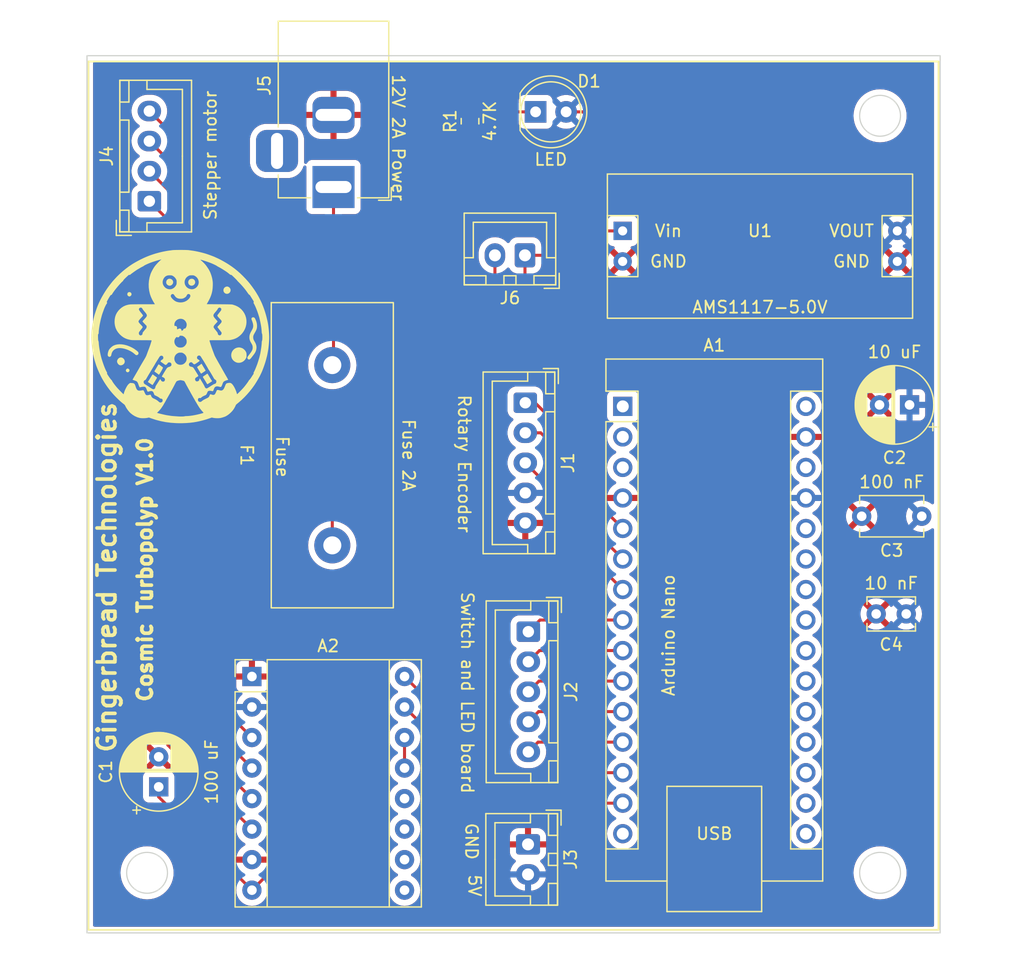
<source format=kicad_pcb>
(kicad_pcb (version 20211014) (generator pcbnew)
  (layers (0 "F.Cu" signal) (31 "B.Cu" signal) (34 "B.Paste" user) (35 "F.Paste" user) (36 "B.SilkS" user "B.Silkscreen") (37 "F.SilkS" user "F.Silkscreen") (38 "B.Mask" user) (39 "F.Mask" user) (44 "Edge.Cuts" user))
  (net 0 "")
  (net 4 "GND")
  (net 5 "/RotCLK")
  (net 6 "/RotDT")
  (net 7 "/RotSW")
  (net 8 "/LEDBL")
  (net 9 "/LEDRD")
  (net 10 "/LEDGR")
  (net 11 "/TRKSW")
  (net 12 "/SLEWSW")
  (net 13 "/STEP")
  (net 14 "/DIR")
  (net 27 "+5V")
  (net 30 "/1B")
  (net 31 "/1A")
  (net 32 "/2A")
  (net 33 "/2B")
  (net 34 "+12V")
  (net 39 "Net-(A2-Pad13)")
  (net 40 "Net-(D1-Pad1)")
  (net 41 "Net-(F1-Pad1)")
  (net 42 "Net-(F1-Pad2)")
  (footprint "Capacitor_THT:CP_Radial_D6.3mm_P2.50mm" (layer "F.Cu") (at 118.999 107.35438 90)
    (fp_text reference "C1" (at 1.25 -4.4 90) (layer "F.SilkS"))
    (fp_text value "100 uF" (at 1.25 4.4 90) (layer "F.SilkS"))
    (pad "1" thru_hole rect (at 0 0 90) (size 1.6 1.6) (drill 0.8) (layers *.Cu *.Mask) (net 34 "+12V"))
    (pad "2" thru_hole circle (at 2.5 0 90) (size 1.6 1.6) (drill 0.8) (layers *.Cu *.Mask) (net 4 "GND"))
  )
  (footprint "Capacitor_THT:C_Disc_D5.1mm_W3.2mm_P5.00mm" (layer "F.Cu") (at 182.499 84.836 180)
    (fp_text reference "C3" (at 2.5 -2.85) (layer "F.SilkS"))
    (fp_text value "100 nF" (at 2.5 2.85) (layer "F.SilkS"))
    (pad "1" thru_hole circle (at 0 0 180) (size 1.6 1.6) (drill 0.8) (layers *.Cu *.Mask) (net 27 "+5V"))
    (pad "2" thru_hole circle (at 5 0 180) (size 1.6 1.6) (drill 0.8) (layers *.Cu *.Mask) (net 4 "GND"))
  )
  (footprint "Svens Custom Footprints:Pololu_Breakout-A4988" (layer "F.Cu") (at 126.756 98.171)
    (fp_text reference "A2" (at 6.35 -2.54) (layer "F.SilkS"))
    (fp_text value "Pololu_Breakout_A4988")
    (pad "1" thru_hole rect (at 0 0) (size 1.6 1.6) (drill 0.8) (layers *.Cu *.Mask) (net 4 "GND"))
    (pad "2" thru_hole oval (at 0 2.54) (size 1.6 1.6) (drill 0.8) (layers *.Cu *.Mask) (net 27 "+5V"))
    (pad "3" thru_hole oval (at 0 5.08) (size 1.6 1.6) (drill 0.8) (layers *.Cu *.Mask) (net 30 "/1B"))
    (pad "4" thru_hole oval (at 0 7.62) (size 1.6 1.6) (drill 0.8) (layers *.Cu *.Mask) (net 31 "/1A"))
    (pad "5" thru_hole oval (at 0 10.16) (size 1.6 1.6) (drill 0.8) (layers *.Cu *.Mask) (net 32 "/2A"))
    (pad "6" thru_hole oval (at 0 12.7) (size 1.6 1.6) (drill 0.8) (layers *.Cu *.Mask) (net 33 "/2B"))
    (pad "7" thru_hole oval (at 0 15.24) (size 1.6 1.6) (drill 0.8) (layers *.Cu *.Mask) (net 4 "GND"))
    (pad "8" thru_hole oval (at 0 17.78) (size 1.6 1.6) (drill 0.8) (layers *.Cu *.Mask) (net 34 "+12V"))
    (pad "9" thru_hole oval (at 12.7 17.78) (size 1.6 1.6) (drill 0.8) (layers *.Cu *.Mask))
    (pad "10" thru_hole oval (at 12.7 15.24) (size 1.6 1.6) (drill 0.8) (layers *.Cu *.Mask))
    (pad "11" thru_hole oval (at 12.7 12.7) (size 1.6 1.6) (drill 0.8) (layers *.Cu *.Mask))
    (pad "12" thru_hole oval (at 12.7 10.16) (size 1.6 1.6) (drill 0.8) (layers *.Cu *.Mask))
    (pad "13" thru_hole oval (at 12.7 7.62) (size 1.6 1.6) (drill 0.8) (layers *.Cu *.Mask) (net 39 "Net-(A2-Pad13)"))
    (pad "14" thru_hole oval (at 12.7 5.08) (size 1.6 1.6) (drill 0.8) (layers *.Cu *.Mask) (net 39 "Net-(A2-Pad13)"))
    (pad "15" thru_hole oval (at 12.7 2.54) (size 1.6 1.6) (drill 0.8) (layers *.Cu *.Mask) (net 13 "/STEP"))
    (pad "16" thru_hole oval (at 12.7 0) (size 1.6 1.6) (drill 0.8) (layers *.Cu *.Mask) (net 14 "/DIR"))
  )
  (footprint "Connector_JST:JST_XH_B2B-XH-A_1x02_P2.50mm_Vertical" (layer "F.Cu") (at 149.733 112.141 -90)
    (fp_text reference "J3" (at 1.25 -3.55 90) (layer "F.SilkS"))
    (fp_text value "Conn_01x02_Male")
    (fp_text user "5V" (at 3.429 4.445 -90 unlocked) (layer "F.SilkS"))
    (fp_text user "GND" (at -0.254 4.699 -90 unlocked) (layer "F.SilkS"))
    (pad "1" thru_hole roundrect (at 0 0 270) (size 1.7 2) (drill 1) (layers *.Cu *.Mask) (roundrect_rratio 0.1470588235) (net 4 "GND"))
    (pad "2" thru_hole oval (at 2.5 0 270) (size 1.7 2) (drill 1) (layers *.Cu *.Mask) (net 27 "+5V"))
  )
  (footprint "Svens Custom Footprints:FuseHolder_Sven" (layer "F.Cu") (at 125.825 79.756 -90)
    (fp_text reference "F1" (at 0 -0.5 -90 unlocked) (layer "F.SilkS"))
    (fp_text value "2A")
    (fp_text user "Fuse" (at 0.127 -3.461 -90 unlocked) (layer "F.SilkS"))
    (fp_text user "Fuse 2A" (at 0 -13.97 -90 unlocked) (layer "F.SilkS"))
    (pad "1" thru_hole circle (at -7.5 -7.62 270) (size 3 3) (drill 1.5) (layers *.Cu *.Mask) (net 41 "Net-(F1-Pad1)"))
    (pad "2" thru_hole circle (at 7.5 -7.62 270) (size 3 3) (drill 1.5) (layers *.Cu *.Mask) (net 42 "Net-(F1-Pad2)"))
  )
  (footprint "Capacitor_THT:CP_Radial_D6.3mm_P2.50mm" (layer "F.Cu") (at 181.483 75.565 180)
    (fp_text reference "C2" (at 1.25 -4.4) (layer "F.SilkS"))
    (fp_text value "10 uF" (at 1.25 4.4) (layer "F.SilkS"))
    (pad "1" thru_hole rect (at 0 0 180) (size 1.6 1.6) (drill 0.8) (layers *.Cu *.Mask) (net 27 "+5V"))
    (pad "2" thru_hole circle (at 2.5 0 180) (size 1.6 1.6) (drill 0.8) (layers *.Cu *.Mask) (net 4 "GND"))
  )
  (footprint "Connector_JST:JST_XH_B5B-XH-A_1x05_P2.50mm_Vertical" (layer "F.Cu") (at 149.506 75.391 -90)
    (fp_text reference "J1" (at 5 -3.55 90) (layer "F.SilkS"))
    (fp_text value "Conn_01x05_Male")
    (fp_text user "Rotary Encoder" (at 5.08 5.08 -90 unlocked) (layer "F.SilkS"))
    (pad "1" thru_hole roundrect (at 0 0 270) (size 1.7 1.95) (drill 0.95) (layers *.Cu *.Mask) (roundrect_rratio 0.1470588235) (net 5 "/RotCLK"))
    (pad "2" thru_hole oval (at 2.5 0 270) (size 1.7 1.95) (drill 0.95) (layers *.Cu *.Mask) (net 6 "/RotDT"))
    (pad "3" thru_hole oval (at 5 0 270) (size 1.7 1.95) (drill 0.95) (layers *.Cu *.Mask) (net 7 "/RotSW"))
    (pad "4" thru_hole oval (at 7.5 0 270) (size 1.7 1.95) (drill 0.95) (layers *.Cu *.Mask) (net 27 "+5V"))
    (pad "5" thru_hole oval (at 10 0 270) (size 1.7 1.95) (drill 0.95) (layers *.Cu *.Mask) (net 4 "GND"))
  )
  (footprint "Svens Custom Footprints:Arduino_Nano" (layer "F.Cu") (at 157.617 75.692)
    (fp_text reference "A1" (at 7.62 -5.08) (layer "F.SilkS"))
    (fp_text value "Arduino_Nano_v3.x")
    (fp_text user "Arduino Nano" (at 3.81 19.05 90 unlocked) (layer "F.SilkS"))
    (fp_text user "USB" (at 7.62 35.56 unlocked) (layer "F.SilkS"))
    (pad "1" thru_hole rect (at 0 0) (size 1.6 1.6) (drill 1) (layers *.Cu *.Mask))
    (pad "2" thru_hole oval (at 0 2.54) (size 1.6 1.6) (drill 1) (layers *.Cu *.Mask))
    (pad "3" thru_hole oval (at 0 5.08) (size 1.6 1.6) (drill 1) (layers *.Cu *.Mask))
    (pad "4" thru_hole oval (at 0 7.62) (size 1.6 1.6) (drill 1) (layers *.Cu *.Mask) (net 4 "GND"))
    (pad "5" thru_hole oval (at 0 10.16) (size 1.6 1.6) (drill 1) (layers *.Cu *.Mask) (net 5 "/RotCLK"))
    (pad "6" thru_hole oval (at 0 12.7) (size 1.6 1.6) (drill 1) (layers *.Cu *.Mask) (net 6 "/RotDT"))
    (pad "7" thru_hole oval (at 0 15.24) (size 1.6 1.6) (drill 1) (layers *.Cu *.Mask) (net 7 "/RotSW"))
    (pad "8" thru_hole oval (at 0 17.78) (size 1.6 1.6) (drill 1) (layers *.Cu *.Mask) (net 8 "/LEDBL"))
    (pad "9" thru_hole oval (at 0 20.32) (size 1.6 1.6) (drill 1) (layers *.Cu *.Mask) (net 9 "/LEDRD"))
    (pad "10" thru_hole oval (at 0 22.86) (size 1.6 1.6) (drill 1) (layers *.Cu *.Mask) (net 10 "/LEDGR"))
    (pad "11" thru_hole oval (at 0 25.4) (size 1.6 1.6) (drill 1) (layers *.Cu *.Mask) (net 11 "/TRKSW"))
    (pad "12" thru_hole oval (at 0 27.94) (size 1.6 1.6) (drill 1) (layers *.Cu *.Mask) (net 12 "/SLEWSW"))
    (pad "13" thru_hole oval (at 0 30.48) (size 1.6 1.6) (drill 1) (layers *.Cu *.Mask) (net 14 "/DIR"))
    (pad "14" thru_hole oval (at 0 33.02) (size 1.6 1.6) (drill 1) (layers *.Cu *.Mask) (net 13 "/STEP"))
    (pad "15" thru_hole oval (at 0 35.56) (size 1.6 1.6) (drill 1) (layers *.Cu *.Mask))
    (pad "16" thru_hole oval (at 15.24 35.56) (size 1.6 1.6) (drill 1) (layers *.Cu *.Mask))
    (pad "17" thru_hole oval (at 15.24 33.02) (size 1.6 1.6) (drill 1) (layers *.Cu *.Mask))
    (pad "18" thru_hole oval (at 15.24 30.48) (size 1.6 1.6) (drill 1) (layers *.Cu *.Mask))
    (pad "19" thru_hole oval (at 15.24 27.94) (size 1.6 1.6) (drill 1) (layers *.Cu *.Mask))
    (pad "20" thru_hole oval (at 15.24 25.4) (size 1.6 1.6) (drill 1) (layers *.Cu *.Mask))
    (pad "21" thru_hole oval (at 15.24 22.86) (size 1.6 1.6) (drill 1) (layers *.Cu *.Mask))
    (pad "22" thru_hole oval (at 15.24 20.32) (size 1.6 1.6) (drill 1) (layers *.Cu *.Mask))
    (pad "23" thru_hole oval (at 15.24 17.78) (size 1.6 1.6) (drill 1) (layers *.Cu *.Mask))
    (pad "24" thru_hole oval (at 15.24 15.24) (size 1.6 1.6) (drill 1) (layers *.Cu *.Mask))
    (pad "25" thru_hole oval (at 15.24 12.7) (size 1.6 1.6) (drill 1) (layers *.Cu *.Mask))
    (pad "26" thru_hole oval (at 15.24 10.16) (size 1.6 1.6) (drill 1) (layers *.Cu *.Mask))
    (pad "27" thru_hole oval (at 15.24 7.62) (size 1.6 1.6) (drill 1) (layers *.Cu *.Mask) (net 27 "+5V"))
    (pad "28" thru_hole oval (at 15.24 5.08) (size 1.6 1.6) (drill 1) (layers *.Cu *.Mask))
    (pad "29" thru_hole oval (at 15.24 2.54) (size 1.6 1.6) (drill 1) (layers *.Cu *.Mask) (net 4 "GND"))
    (pad "30" thru_hole oval (at 15.24 0) (size 1.6 1.6) (drill 1) (layers *.Cu *.Mask))
  )
  (footprint "Capacitor_THT:C_Disc_D3.8mm_W2.6mm_P2.50mm" (layer "F.Cu") (at 181.209 92.964 180)
    (fp_text reference "C4" (at 1.25 -2.55) (layer "F.SilkS"))
    (fp_text value "10 nF" (at 1.25 2.55) (layer "F.SilkS"))
    (pad "1" thru_hole circle (at 0 0 180) (size 1.6 1.6) (drill 0.8) (layers *.Cu *.Mask) (net 27 "+5V"))
    (pad "2" thru_hole circle (at 2.5 0 180) (size 1.6 1.6) (drill 0.8) (layers *.Cu *.Mask) (net 4 "GND"))
  )
  (footprint "Graphics:logo_small" (layer "F.Cu") (at 120.777 69.977)
    (fp_text reference "G***" (at 0 0) (layer "F.SilkS") (effects (font (size 1.524 1.524) (thickness 0.3))))
    (fp_text value "LOGO" hide)
  )
  (footprint "Svens Custom Footprints:AMS1117-5.0V" (layer "F.Cu") (at 169.037 62.357)
    (fp_text reference "U1" (at 0 -1.27 unlocked) (layer "F.SilkS"))
    (fp_text value "AMS1117-5.0V")
    (fp_text user "GND" (at -7.62 1.27 unlocked) (layer "F.SilkS"))
    (fp_text user "AMS1117-5.0V" (at 0 5.08 unlocked) (layer "F.SilkS"))
    (fp_text user "GND" (at 7.62 1.27 unlocked) (layer "F.SilkS"))
    (fp_text user "VOUT" (at 7.62 -1.27 unlocked) (layer "F.SilkS"))
    (fp_text user "Vin" (at -7.62 -1.27 unlocked) (layer "F.SilkS"))
    (pad "1" thru_hole rect (at -11.43 -1.27) (size 1.524 1.524) (drill 0.762) (layers *.Cu *.Mask) (net 34 "+12V"))
    (pad "2" thru_hole circle (at -11.43 1.27) (size 1.524 1.524) (drill 0.762) (layers *.Cu *.Mask) (net 4 "GND"))
    (pad "3" thru_hole circle (at 11.43 -1.27) (size 1.524 1.524) (drill 0.762) (layers *.Cu *.Mask) (net 27 "+5V"))
    (pad "4" thru_hole circle (at 11.43 1.27) (size 1.524 1.524) (drill 0.762) (layers *.Cu *.Mask) (net 4 "GND"))
  )
  (footprint "Connector_JST:JST_XH_B2B-XH-A_1x02_P2.50mm_Vertical" (layer "F.Cu") (at 149.479 63.119 180)
    (fp_text reference "J6" (at 1.25 -3.55) (layer "F.SilkS"))
    (fp_text value "Conn_01x02_Male")
    (pad "1" thru_hole roundrect (at 0 0 180) (size 1.7 2) (drill 1) (layers *.Cu *.Mask) (roundrect_rratio 0.1470588235) (net 34 "+12V"))
    (pad "2" thru_hole oval (at 2.5 0 180) (size 1.7 2) (drill 1) (layers *.Cu *.Mask) (net 42 "Net-(F1-Pad2)"))
  )
  (footprint "Resistor_SMD:R_0805_2012Metric_Pad1.20x1.40mm_HandSolder" (layer "F.Cu") (at 144.907 51.959 90)
    (fp_text reference "R1" (at 0 -1.65 90) (layer "F.SilkS"))
    (fp_text value "4.7K" (at 0 1.65 90) (layer "F.SilkS"))
    (pad "1" smd roundrect (at -1 0 90) (size 1.2 1.4) (layers "F.Cu" "F.Paste" "F.Mask") (roundrect_rratio 0.2083333333) (net 4 "GND"))
    (pad "2" smd roundrect (at 1 0 90) (size 1.2 1.4) (layers "F.Cu" "F.Paste" "F.Mask") (roundrect_rratio 0.2083333333) (net 40 "Net-(D1-Pad1)"))
  )
  (footprint "Svens Custom Footprints:BarrelJack_Horizontal" (layer "F.Cu") (at 133.5455 57.435 -90)
    (fp_text reference "J5" (at -8.45 5.75 -90) (layer "F.SilkS"))
    (fp_text value "Barrel_Jack_MountingPin")
    (fp_text user "12V 2A Power" (at -4.095 -5.3925 -90 unlocked) (layer "F.SilkS"))
    (pad "1" thru_hole rect (at 0 0 270) (size 3.5 3.5) (drill oval 1 3) (layers *.Cu *.Mask) (net 41 "Net-(F1-Pad1)"))
    (pad "2" thru_hole roundrect (at -6 0 270) (size 3 3.5) (drill oval 1 3) (layers *.Cu *.Mask) (net 4 "GND"))
    (pad "3" thru_hole roundrect (at -3 4.7 270) (size 3.5 3.5) (drill oval 3 1) (layers *.Cu *.Mask))
  )
  (footprint "Connector_JST:JST_XH_B5B-XH-A_1x05_P2.50mm_Vertical" (layer "F.Cu") (at 149.76 94.441 -90)
    (fp_text reference "J2" (at 5 -3.55 90) (layer "F.SilkS"))
    (fp_text value "Conn_01x05_Male")
    (fp_text user "Switch and LED board" (at 5.08 5.08 -90 unlocked) (layer "F.SilkS"))
    (pad "1" thru_hole roundrect (at 0 0 270) (size 1.7 1.95) (drill 0.95) (layers *.Cu *.Mask) (roundrect_rratio 0.1470588235) (net 8 "/LEDBL"))
    (pad "2" thru_hole oval (at 2.5 0 270) (size 1.7 1.95) (drill 0.95) (layers *.Cu *.Mask) (net 9 "/LEDRD"))
    (pad "3" thru_hole oval (at 5 0 270) (size 1.7 1.95) (drill 0.95) (layers *.Cu *.Mask) (net 10 "/LEDGR"))
    (pad "4" thru_hole oval (at 7.5 0 270) (size 1.7 1.95) (drill 0.95) (layers *.Cu *.Mask) (net 11 "/TRKSW"))
    (pad "5" thru_hole oval (at 10 0 270) (size 1.7 1.95) (drill 0.95) (layers *.Cu *.Mask) (net 12 "/SLEWSW"))
  )
  (footprint "Connector_JST:JST_XH_B4B-XH-A_1x04_P2.50mm_Vertical" (layer "F.Cu") (at 118.22 58.614 90)
    (fp_text reference "J4" (at 3.75 -3.55 90) (layer "F.SilkS"))
    (fp_text value "Conn_01x04_Male")
    (fp_text user "Stepper motor" (at 3.81 5.08 90 unlocked) (layer "F.SilkS"))
    (pad "1" thru_hole roundrect (at 0 0 90) (size 1.7 1.95) (drill 0.95) (layers *.Cu *.Mask) (roundrect_rratio 0.1470588235) (net 33 "/2B"))
    (pad "2" thru_hole oval (at 2.5 0 90) (size 1.7 1.95) (drill 0.95) (layers *.Cu *.Mask) (net 32 "/2A"))
    (pad "3" thru_hole oval (at 5 0 90) (size 1.7 1.95) (drill 0.95) (layers *.Cu *.Mask) (net 31 "/1A"))
    (pad "4" thru_hole oval (at 7.5 0 90) (size 1.7 1.95) (drill 0.95) (layers *.Cu *.Mask) (net 30 "/1B"))
  )
  (footprint "LED_THT:LED_D5.0mm" (layer "F.Cu") (at 150.363 51.181)
    (fp_text reference "D1" (at 4.45 -2.54) (layer "F.SilkS"))
    (fp_text value "LED" (at 1.27 3.96) (layer "F.SilkS"))
    (pad "1" thru_hole rect (at 0 0) (size 1.8 1.8) (drill 0.9) (layers *.Cu *.Mask) (net 40 "Net-(D1-Pad1)"))
    (pad "2" thru_hole circle (at 2.54 0) (size 1.8 1.8) (drill 0.9) (layers *.Cu *.Mask) (net 27 "+5V"))
  )
  (gr_rect (start 113.157 119.253) (end 183.896 46.99) (layer "F.SilkS") (width 0.15) (fill none))
  (gr_circle (center 118.03 114.507) (end 119.73 114.507) (layer "Edge.Cuts") (width 0.1) (fill none))
  (gr_rect (start 113.03 46.507) (end 184.03 119.507) (layer "Edge.Cuts") (width 0.1) (fill none))
  (gr_circle (center 179.03 114.507) (end 180.73 114.507) (layer "Edge.Cuts") (width 0.1) (fill none))
  (gr_circle (center 179.03 51.507) (end 180.73 51.507) (layer "Edge.Cuts") (width 0.1) (fill none))
  (gr_text "Gingerbread Technologies" (at 114.681 89.916 90) (layer "F.SilkS") (effects (font (size 1.5 1.5) (thickness 0.3))))
  (gr_text "Cosmic Turbopolyp V1.0" (at 117.856 89.281 90) (layer "F.SilkS") (effects (font (size 1.2 1.2) (thickness 0.3))))
  (segment (start 154.432 79.502) (end 154.432 82.667) (width 0.25) (layer "F.Cu") (net 5))
  (segment (start 149.506 75.391) (end 150.321 75.391) (width 0.25) (layer "F.Cu") (net 5))
  (segment (start 154.432 82.667) (end 157.617 85.852) (width 0.25) (layer "F.Cu") (net 5))
  (segment (start 150.321 75.391) (end 154.432 79.502) (width 0.25) (layer "F.Cu") (net 5))
  (segment (start 149.506 77.891) (end 150.789 77.891) (width 0.25) (layer "F.Cu") (net 6))
  (segment (start 153.289 84.064) (end 157.617 88.392) (width 0.25) (layer "F.Cu") (net 6))
  (segment (start 153.289 80.391) (end 153.289 84.064) (width 0.25) (layer "F.Cu") (net 6))
  (segment (start 150.789 77.891) (end 153.289 80.391) (width 0.25) (layer "F.Cu") (net 6))
  (segment (start 149.506 80.391) (end 151.892 82.777) (width 0.25) (layer "F.Cu") (net 7))
  (segment (start 151.892 85.207) (end 157.617 90.932) (width 0.25) (layer "F.Cu") (net 7))
  (segment (start 151.892 82.777) (end 151.892 85.207) (width 0.25) (layer "F.Cu") (net 7))
  (segment (start 157.617 93.472) (end 150.729 93.472) (width 0.25) (layer "F.Cu") (net 8))
  (segment (start 150.729 93.472) (end 149.76 94.441) (width 0.25) (layer "F.Cu") (net 8))
  (segment (start 157.617 96.012) (end 150.689 96.012) (width 0.25) (layer "F.Cu") (net 9))
  (segment (start 150.689 96.012) (end 149.76 96.941) (width 0.25) (layer "F.Cu") (net 9))
  (segment (start 157.617 98.552) (end 150.649 98.552) (width 0.25) (layer "F.Cu") (net 10))
  (segment (start 150.649 98.552) (end 149.76 99.441) (width 0.25) (layer "F.Cu") (net 10))
  (segment (start 150.609 101.092) (end 149.76 101.941) (width 0.25) (layer "F.Cu") (net 11))
  (segment (start 157.617 101.092) (end 150.609 101.092) (width 0.25) (layer "F.Cu") (net 11))
  (segment (start 157.617 103.632) (end 150.569 103.632) (width 0.25) (layer "F.Cu") (net 12))
  (segment (start 150.569 103.632) (end 149.76 104.441) (width 0.25) (layer "F.Cu") (net 12))
  (segment (start 143.129 107.188) (end 144.653 108.712) (width 0.25) (layer "F.Cu") (net 13))
  (segment (start 139.456 100.711) (end 143.129 104.384) (width 0.25) (layer "F.Cu") (net 13))
  (segment (start 144.653 108.712) (end 157.617 108.712) (width 0.25) (layer "F.Cu") (net 13))
  (segment (start 143.129 104.384) (end 143.129 107.188) (width 0.25) (layer "F.Cu") (net 13))
  (segment (start 155.829 106.172) (end 157.617 106.172) (width 0.25) (layer "F.Cu") (net 14))
  (segment (start 139.456 98.171) (end 143.637 102.352) (width 0.25) (layer "F.Cu") (net 14))
  (segment (start 143.637 106.172) (end 145.161 107.696) (width 0.25) (layer "F.Cu") (net 14))
  (segment (start 145.161 107.696) (end 154.305 107.696) (width 0.25) (layer "F.Cu") (net 14))
  (segment (start 154.305 107.696) (end 155.829 106.172) (width 0.25) (layer "F.Cu") (net 14))
  (segment (start 143.637 102.352) (end 143.637 106.172) (width 0.25) (layer "F.Cu") (net 14))
  (segment (start 174.879 55.245) (end 174.879 55.499) (width 0.25) (layer "F.Cu") (net 27))
  (segment (start 174.879 55.499) (end 180.467 61.087) (width 0.25) (layer "F.Cu") (net 27))
  (segment (start 158.369 55.245) (end 174.879 55.245) (width 0.25) (layer "F.Cu") (net 27))
  (segment (start 152.903 51.181) (end 154.305 51.181) (width 0.25) (layer "F.Cu") (net 27))
  (segment (start 154.305 51.181) (end 158.369 55.245) (width 0.25) (layer "F.Cu") (net 27))
  (segment (start 122.428 55.322) (end 122.428 98.923) (width 0.25) (layer "F.Cu") (net 30))
  (segment (start 122.428 98.923) (end 126.756 103.251) (width 0.25) (layer "F.Cu") (net 30))
  (segment (start 118.22 51.114) (end 122.428 55.322) (width 0.25) (layer "F.Cu") (net 30))
  (segment (start 121.412 100.447) (end 126.756 105.791) (width 0.25) (layer "F.Cu") (net 31))
  (segment (start 118.22 53.614) (end 121.412 56.806) (width 0.25) (layer "F.Cu") (net 31))
  (segment (start 121.412 56.806) (end 121.412 100.447) (width 0.25) (layer "F.Cu") (net 31))
  (segment (start 118.22 56.114) (end 118.22 56.117) (width 0.25) (layer "F.Cu") (net 32))
  (segment (start 118.22 56.117) (end 120.523 58.42) (width 0.25) (layer "F.Cu") (net 32))
  (segment (start 120.523 102.098) (end 126.756 108.331) (width 0.25) (layer "F.Cu") (net 32))
  (segment (start 120.523 58.42) (end 120.523 102.098) (width 0.25) (layer "F.Cu") (net 32))
  (segment (start 119.761 103.876) (end 126.756 110.871) (width 0.25) (layer "F.Cu") (net 33))
  (segment (start 118.22 58.614) (end 119.761 60.155) (width 0.25) (layer "F.Cu") (net 33))
  (segment (start 119.761 60.155) (end 119.761 103.876) (width 0.25) (layer "F.Cu") (net 33))
  (segment (start 154.432 61.087) (end 157.607 61.087) (width 0.25) (layer "F.Cu") (net 34))
  (segment (start 126.756 115.951) (end 118.999 108.194) (width 0.25) (layer "F.Cu") (net 34))
  (segment (start 118.999 108.194) (end 118.999 107.35438) (width 0.25) (layer "F.Cu") (net 34))
  (segment (start 152.4 63.119) (end 154.432 61.087) (width 0.25) (layer "F.Cu") (net 34))
  (segment (start 126.756 115.951) (end 136.535 106.172) (width 0.25) (layer "F.Cu") (net 34))
  (segment (start 136.535 106.172) (end 136.652 106.172) (width 0.25) (layer "F.Cu") (net 34))
  (segment (start 136.652 106.172) (end 136.652 80.391) (width 0.25) (layer "F.Cu") (net 34))
  (segment (start 136.652 80.391) (end 149.479 67.564) (width 0.25) (layer "F.Cu") (net 34))
  (segment (start 149.479 67.564) (end 149.479 63.119) (width 0.25) (layer "F.Cu") (net 34))
  (segment (start 149.479 63.119) (end 152.4 63.119) (width 0.25) (layer "F.Cu") (net 34))
  (segment (start 139.456 105.791) (end 139.456 103.251) (width 0.25) (layer "F.Cu") (net 39))
  (segment (start 150.363 51.181) (end 145.129 51.181) (width 0.25) (layer "F.Cu") (net 40))
  (segment (start 145.129 51.181) (end 144.907 50.959) (width 0.25) (layer "F.Cu") (net 40))
  (segment (start 133.5455 72.1555) (end 133.445 72.256) (width 0.25) (layer "F.Cu") (net 41))
  (segment (start 133.5455 57.435) (end 133.5455 72.1555) (width 0.25) (layer "F.Cu") (net 41))
  (segment (start 133.445 87.256) (end 133.445 79.915) (width 0.25) (layer "F.Cu") (net 42))
  (segment (start 146.979 66.381) (end 146.979 63.119) (width 0.25) (layer "F.Cu") (net 42))
  (segment (start 133.445 79.915) (end 146.979 66.381) (width 0.25) (layer "F.Cu") (net 42))
  (zone (net 4) (net_name "GND") (layer "F.Cu") (connect_pads (clearance 0.508)) (min_thickness 0.254) (fill yes (thermal_gap 0.508) (thermal_bridge_width 0.508))
    (polygon (pts (xy 188.722 121.158) (xy 109.22 120.396) (xy 111.252 46.228) (xy 185.801 45.72)))
  )
  (zone (net 27) (net_name "+5V") (layer "B.Cu") (connect_pads (clearance 0.508)) (min_thickness 0.254) (fill yes (thermal_gap 0.508) (thermal_bridge_width 0.508))
    (polygon (pts (xy 187.203771 42.54832) (xy 191.008 122.682) (xy 105.791 122.428) (xy 109.098771 42.29432)))
  )
)
</source>
